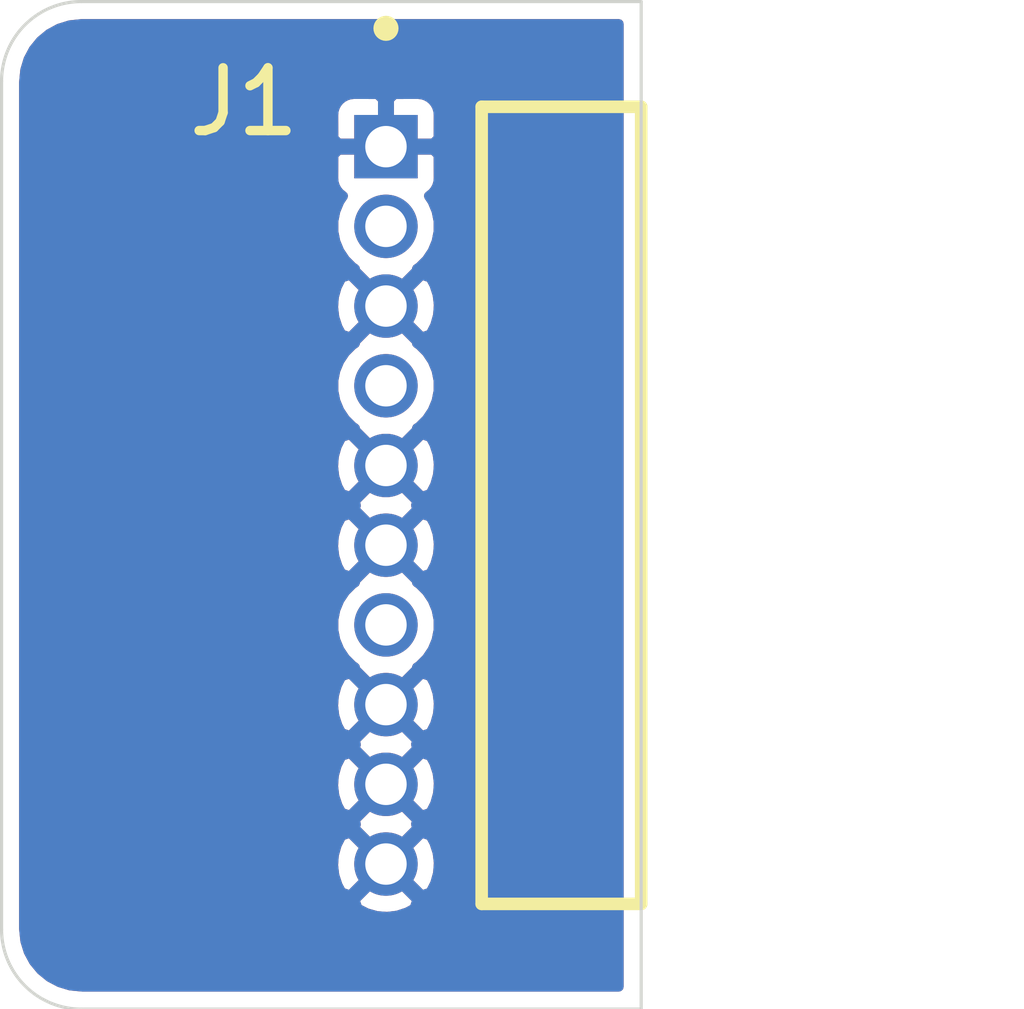
<source format=kicad_pcb>
(kicad_pcb (version 20171130) (host pcbnew "(5.1.10)-1")

  (general
    (thickness 0.1016)
    (drawings 6)
    (tracks 0)
    (zones 0)
    (modules 1)
    (nets 2)
  )

  (page A4)
  (layers
    (0 F.Cu signal)
    (31 B.Cu signal)
    (32 B.Adhes user)
    (33 F.Adhes user)
    (34 B.Paste user)
    (35 F.Paste user)
    (36 B.SilkS user)
    (37 F.SilkS user)
    (38 B.Mask user)
    (39 F.Mask user)
    (40 Dwgs.User user)
    (41 Cmts.User user)
    (42 Eco1.User user)
    (43 Eco2.User user)
    (44 Edge.Cuts user)
    (45 Margin user)
    (46 B.CrtYd user hide)
    (47 F.CrtYd user hide)
    (48 B.Fab user hide)
    (49 F.Fab user hide)
  )

  (setup
    (last_trace_width 0.25)
    (user_trace_width 0.127)
    (user_trace_width 0.1524)
    (user_trace_width 0.2032)
    (user_trace_width 0.254)
    (user_trace_width 0.3048)
    (user_trace_width 0.381)
    (user_trace_width 0.508)
    (user_trace_width 0.635)
    (trace_clearance 0.2)
    (zone_clearance 0.508)
    (zone_45_only no)
    (trace_min 0.127)
    (via_size 0.8)
    (via_drill 0.4)
    (via_min_size 0.508)
    (via_min_drill 0.3048)
    (user_via 0.6858 0.3302)
    (user_via 0.8128 0.4064)
    (user_via 1.2192 0.6096)
    (user_via 1.4224 0.8128)
    (blind_buried_vias_allowed yes)
    (uvia_size 0.3)
    (uvia_drill 0.1016)
    (uvias_allowed yes)
    (uvia_min_size 0.2032)
    (uvia_min_drill 0.1016)
    (edge_width 0.05)
    (segment_width 0.2)
    (pcb_text_width 0.3)
    (pcb_text_size 1.5 1.5)
    (mod_edge_width 0.12)
    (mod_text_size 1 1)
    (mod_text_width 0.15)
    (pad_size 3.8 3.8)
    (pad_drill 2.2)
    (pad_to_mask_clearance 0.051)
    (solder_mask_min_width 0.25)
    (aux_axis_origin 0 0)
    (visible_elements 7EFFF77F)
    (pcbplotparams
      (layerselection 0x010fc_ffffffff)
      (usegerberextensions false)
      (usegerberattributes false)
      (usegerberadvancedattributes false)
      (creategerberjobfile false)
      (excludeedgelayer true)
      (linewidth 0.100000)
      (plotframeref false)
      (viasonmask false)
      (mode 1)
      (useauxorigin false)
      (hpglpennumber 1)
      (hpglpenspeed 20)
      (hpglpendiameter 15.000000)
      (psnegative false)
      (psa4output false)
      (plotreference true)
      (plotvalue true)
      (plotinvisibletext false)
      (padsonsilk false)
      (subtractmaskfromsilk false)
      (outputformat 1)
      (mirror false)
      (drillshape 0)
      (scaleselection 1)
      (outputdirectory "gerber/"))
  )

  (net 0 "")
  (net 1 GND)

  (net_class Default "This is the default net class."
    (clearance 0.2)
    (trace_width 0.25)
    (via_dia 0.8)
    (via_drill 0.4)
    (uvia_dia 0.3)
    (uvia_drill 0.1016)
    (add_net GND)
  )

  (module MSAG_Misc:TMS-110-01-S-S-RA (layer F.Cu) (tedit 61AA46C4) (tstamp 61AAB7A0)
    (at 101.6 0 270)
    (path /61AB50A3)
    (fp_text reference J1 (at -6.4262 2.2606 180) (layer F.SilkS)
      (effects (font (size 1 1) (thickness 0.15)))
    )
    (fp_text value TMS-110-01-S-S-RA (at 7.89 2.135 90) (layer F.Fab)
      (effects (font (size 1 1) (thickness 0.15)))
    )
    (fp_circle (center -7.6 0) (end -7.5 0) (layer F.Fab) (width 0.2))
    (fp_circle (center -7.6 0) (end -7.5 0) (layer F.SilkS) (width 0.2))
    (fp_line (start -6.6 -10.154) (end 6.6 -10.154) (layer F.CrtYd) (width 0.05))
    (fp_line (start -6.6 0.755) (end 6.6 0.755) (layer F.CrtYd) (width 0.05))
    (fp_line (start 6.6 0.755) (end 6.6 -10.154) (layer F.CrtYd) (width 0.05))
    (fp_line (start -6.6 0.755) (end -6.6 -10.154) (layer F.CrtYd) (width 0.05))
    (fp_line (start -6.35 -4.064) (end 6.35 -4.064) (layer F.SilkS) (width 0.2))
    (fp_line (start -6.35 -1.524) (end 6.35 -1.524) (layer F.SilkS) (width 0.2))
    (fp_line (start 6.35 -1.524) (end 6.35 -4.064) (layer F.SilkS) (width 0.2))
    (fp_line (start -6.35 -1.524) (end -6.35 -4.064) (layer F.SilkS) (width 0.2))
    (fp_line (start -6.35 -4.064) (end 6.35 -4.064) (layer F.Fab) (width 0.1))
    (fp_line (start 6.35 -1.524) (end 6.35 -9.904) (layer F.Fab) (width 0.1))
    (fp_line (start -6.35 -1.524) (end -6.35 -9.904) (layer F.Fab) (width 0.1))
    (fp_line (start -6.35 -1.524) (end 6.35 -1.524) (layer F.Fab) (width 0.1))
    (fp_line (start -6.35 -9.904) (end 6.35 -9.904) (layer F.Fab) (width 0.1))
    (pad 1 thru_hole rect (at -5.715 0 270) (size 1.01 1.01) (drill 0.66) (layers *.Cu *.Mask)
      (net 1 GND))
    (pad 2 thru_hole circle (at -4.445 0 270) (size 1.01 1.01) (drill 0.66) (layers *.Cu *.Mask))
    (pad 3 thru_hole circle (at -3.175 0 270) (size 1.01 1.01) (drill 0.66) (layers *.Cu *.Mask)
      (net 1 GND))
    (pad 4 thru_hole circle (at -1.905 0 270) (size 1.01 1.01) (drill 0.66) (layers *.Cu *.Mask))
    (pad 5 thru_hole circle (at -0.635 0 270) (size 1.01 1.01) (drill 0.66) (layers *.Cu *.Mask)
      (net 1 GND))
    (pad 6 thru_hole circle (at 0.635 0 270) (size 1.01 1.01) (drill 0.66) (layers *.Cu *.Mask)
      (net 1 GND))
    (pad 7 thru_hole circle (at 1.905 0 270) (size 1.01 1.01) (drill 0.66) (layers *.Cu *.Mask))
    (pad 8 thru_hole circle (at 3.175 0 270) (size 1.01 1.01) (drill 0.66) (layers *.Cu *.Mask)
      (net 1 GND))
    (pad 9 thru_hole circle (at 4.445 0 270) (size 1.01 1.01) (drill 0.66) (layers *.Cu *.Mask)
      (net 1 GND))
    (pad 10 thru_hole circle (at 5.715 0 270) (size 1.01 1.01) (drill 0.66) (layers *.Cu *.Mask)
      (net 1 GND))
    (model ${MSAG}/MSAG_KiCad3d/TMS-110-01-S-S-RA.stp
      (offset (xyz 0 1.524 1.27))
      (scale (xyz 1 1 1))
      (rotate (xyz 0 0 0))
    )
  )

  (gr_line (start 95.4786 -6.7564) (end 95.4786 6.7564) (layer Edge.Cuts) (width 0.05) (tstamp 61AA4E3F))
  (gr_line (start 105.664 8.0264) (end 96.7486 8.0264) (layer Edge.Cuts) (width 0.05) (tstamp 61A9AC7D))
  (gr_arc (start 96.7486 6.7564) (end 95.4786 6.7564) (angle -90) (layer Edge.Cuts) (width 0.05) (tstamp 61A9AC7C))
  (gr_line (start 105.664 -8.0264) (end 96.7486 -8.0264) (layer Edge.Cuts) (width 0.05) (tstamp 61A9AC79))
  (gr_arc (start 96.7486 -6.7564) (end 95.4786 -6.7564) (angle 90) (layer Edge.Cuts) (width 0.05) (tstamp 61A9AC78))
  (gr_line (start 105.664 -8.0264) (end 105.664 8.0264) (layer Edge.Cuts) (width 0.05) (tstamp 61AAC6AA))

  (zone (net 1) (net_name GND) (layer F.Cu) (tstamp 61AA5508) (hatch edge 0.508)
    (connect_pads (clearance 0.254))
    (min_thickness 0.1524)
    (fill yes (arc_segments 32) (thermal_gap 0.254) (thermal_bridge_width 0.254))
    (polygon
      (pts
        (xy 105.664 8.0264) (xy 95.4786 8.0264) (xy 95.4786 -8.0264) (xy 105.664 -8.0264)
      )
    )
    (filled_polygon
      (pts
        (xy 105.308801 7.6712) (xy 96.765975 7.6712) (xy 96.571246 7.652107) (xy 96.400646 7.600599) (xy 96.2433 7.516937)
        (xy 96.105203 7.404308) (xy 95.991606 7.266993) (xy 95.906851 7.110243) (xy 95.854152 6.940001) (xy 95.8338 6.746358)
        (xy 95.8338 6.284775) (xy 101.102067 6.284775) (xy 101.148709 6.422575) (xy 101.295422 6.497021) (xy 101.453839 6.541415)
        (xy 101.617873 6.55405) (xy 101.781219 6.534441) (xy 101.937602 6.483342) (xy 102.051291 6.422575) (xy 102.097933 6.284775)
        (xy 101.6 5.786842) (xy 101.102067 6.284775) (xy 95.8338 6.284775) (xy 95.8338 5.732873) (xy 100.76095 5.732873)
        (xy 100.780559 5.896219) (xy 100.831658 6.052602) (xy 100.892425 6.166291) (xy 101.030225 6.212933) (xy 101.528158 5.715)
        (xy 101.671842 5.715) (xy 102.169775 6.212933) (xy 102.307575 6.166291) (xy 102.382021 6.019578) (xy 102.426415 5.861161)
        (xy 102.43905 5.697127) (xy 102.419441 5.533781) (xy 102.368342 5.377398) (xy 102.307575 5.263709) (xy 102.169775 5.217067)
        (xy 101.671842 5.715) (xy 101.528158 5.715) (xy 101.030225 5.217067) (xy 100.892425 5.263709) (xy 100.817979 5.410422)
        (xy 100.773585 5.568839) (xy 100.76095 5.732873) (xy 95.8338 5.732873) (xy 95.8338 5.014775) (xy 101.102067 5.014775)
        (xy 101.124144 5.08) (xy 101.102067 5.145225) (xy 101.6 5.643158) (xy 102.097933 5.145225) (xy 102.075856 5.08)
        (xy 102.097933 5.014775) (xy 101.6 4.516842) (xy 101.102067 5.014775) (xy 95.8338 5.014775) (xy 95.8338 4.462873)
        (xy 100.76095 4.462873) (xy 100.780559 4.626219) (xy 100.831658 4.782602) (xy 100.892425 4.896291) (xy 101.030225 4.942933)
        (xy 101.528158 4.445) (xy 101.671842 4.445) (xy 102.169775 4.942933) (xy 102.307575 4.896291) (xy 102.382021 4.749578)
        (xy 102.426415 4.591161) (xy 102.43905 4.427127) (xy 102.419441 4.263781) (xy 102.368342 4.107398) (xy 102.307575 3.993709)
        (xy 102.169775 3.947067) (xy 101.671842 4.445) (xy 101.528158 4.445) (xy 101.030225 3.947067) (xy 100.892425 3.993709)
        (xy 100.817979 4.140422) (xy 100.773585 4.298839) (xy 100.76095 4.462873) (xy 95.8338 4.462873) (xy 95.8338 3.744775)
        (xy 101.102067 3.744775) (xy 101.124144 3.81) (xy 101.102067 3.875225) (xy 101.6 4.373158) (xy 102.097933 3.875225)
        (xy 102.075856 3.81) (xy 102.097933 3.744775) (xy 101.6 3.246842) (xy 101.102067 3.744775) (xy 95.8338 3.744775)
        (xy 95.8338 3.192873) (xy 100.76095 3.192873) (xy 100.780559 3.356219) (xy 100.831658 3.512602) (xy 100.892425 3.626291)
        (xy 101.030225 3.672933) (xy 101.528158 3.175) (xy 101.671842 3.175) (xy 102.169775 3.672933) (xy 102.307575 3.626291)
        (xy 102.382021 3.479578) (xy 102.426415 3.321161) (xy 102.43905 3.157127) (xy 102.419441 2.993781) (xy 102.368342 2.837398)
        (xy 102.307575 2.723709) (xy 102.169775 2.677067) (xy 101.671842 3.175) (xy 101.528158 3.175) (xy 101.030225 2.677067)
        (xy 100.892425 2.723709) (xy 100.817979 2.870422) (xy 100.773585 3.028839) (xy 100.76095 3.192873) (xy 95.8338 3.192873)
        (xy 95.8338 1.82274) (xy 100.7648 1.82274) (xy 100.7648 1.98726) (xy 100.796896 2.148619) (xy 100.859856 2.300615)
        (xy 100.951258 2.437409) (xy 101.067591 2.553742) (xy 101.10992 2.582025) (xy 101.102067 2.605225) (xy 101.6 3.103158)
        (xy 102.097933 2.605225) (xy 102.09008 2.582025) (xy 102.132409 2.553742) (xy 102.248742 2.437409) (xy 102.340144 2.300615)
        (xy 102.403104 2.148619) (xy 102.4352 1.98726) (xy 102.4352 1.82274) (xy 102.403104 1.661381) (xy 102.340144 1.509385)
        (xy 102.248742 1.372591) (xy 102.132409 1.256258) (xy 102.09008 1.227975) (xy 102.097933 1.204775) (xy 101.6 0.706842)
        (xy 101.102067 1.204775) (xy 101.10992 1.227975) (xy 101.067591 1.256258) (xy 100.951258 1.372591) (xy 100.859856 1.509385)
        (xy 100.796896 1.661381) (xy 100.7648 1.82274) (xy 95.8338 1.82274) (xy 95.8338 0.652873) (xy 100.76095 0.652873)
        (xy 100.780559 0.816219) (xy 100.831658 0.972602) (xy 100.892425 1.086291) (xy 101.030225 1.132933) (xy 101.528158 0.635)
        (xy 101.671842 0.635) (xy 102.169775 1.132933) (xy 102.307575 1.086291) (xy 102.382021 0.939578) (xy 102.426415 0.781161)
        (xy 102.43905 0.617127) (xy 102.419441 0.453781) (xy 102.368342 0.297398) (xy 102.307575 0.183709) (xy 102.169775 0.137067)
        (xy 101.671842 0.635) (xy 101.528158 0.635) (xy 101.030225 0.137067) (xy 100.892425 0.183709) (xy 100.817979 0.330422)
        (xy 100.773585 0.488839) (xy 100.76095 0.652873) (xy 95.8338 0.652873) (xy 95.8338 -0.065225) (xy 101.102067 -0.065225)
        (xy 101.124144 0) (xy 101.102067 0.065225) (xy 101.6 0.563158) (xy 102.097933 0.065225) (xy 102.075856 0)
        (xy 102.097933 -0.065225) (xy 101.6 -0.563158) (xy 101.102067 -0.065225) (xy 95.8338 -0.065225) (xy 95.8338 -0.617127)
        (xy 100.76095 -0.617127) (xy 100.780559 -0.453781) (xy 100.831658 -0.297398) (xy 100.892425 -0.183709) (xy 101.030225 -0.137067)
        (xy 101.528158 -0.635) (xy 101.671842 -0.635) (xy 102.169775 -0.137067) (xy 102.307575 -0.183709) (xy 102.382021 -0.330422)
        (xy 102.426415 -0.488839) (xy 102.43905 -0.652873) (xy 102.419441 -0.816219) (xy 102.368342 -0.972602) (xy 102.307575 -1.086291)
        (xy 102.169775 -1.132933) (xy 101.671842 -0.635) (xy 101.528158 -0.635) (xy 101.030225 -1.132933) (xy 100.892425 -1.086291)
        (xy 100.817979 -0.939578) (xy 100.773585 -0.781161) (xy 100.76095 -0.617127) (xy 95.8338 -0.617127) (xy 95.8338 -1.98726)
        (xy 100.7648 -1.98726) (xy 100.7648 -1.82274) (xy 100.796896 -1.661381) (xy 100.859856 -1.509385) (xy 100.951258 -1.372591)
        (xy 101.067591 -1.256258) (xy 101.10992 -1.227975) (xy 101.102067 -1.204775) (xy 101.6 -0.706842) (xy 102.097933 -1.204775)
        (xy 102.09008 -1.227975) (xy 102.132409 -1.256258) (xy 102.248742 -1.372591) (xy 102.340144 -1.509385) (xy 102.403104 -1.661381)
        (xy 102.4352 -1.82274) (xy 102.4352 -1.98726) (xy 102.403104 -2.148619) (xy 102.340144 -2.300615) (xy 102.248742 -2.437409)
        (xy 102.132409 -2.553742) (xy 102.09008 -2.582025) (xy 102.097933 -2.605225) (xy 101.6 -3.103158) (xy 101.102067 -2.605225)
        (xy 101.10992 -2.582025) (xy 101.067591 -2.553742) (xy 100.951258 -2.437409) (xy 100.859856 -2.300615) (xy 100.796896 -2.148619)
        (xy 100.7648 -1.98726) (xy 95.8338 -1.98726) (xy 95.8338 -3.157127) (xy 100.76095 -3.157127) (xy 100.780559 -2.993781)
        (xy 100.831658 -2.837398) (xy 100.892425 -2.723709) (xy 101.030225 -2.677067) (xy 101.528158 -3.175) (xy 101.671842 -3.175)
        (xy 102.169775 -2.677067) (xy 102.307575 -2.723709) (xy 102.382021 -2.870422) (xy 102.426415 -3.028839) (xy 102.43905 -3.192873)
        (xy 102.419441 -3.356219) (xy 102.368342 -3.512602) (xy 102.307575 -3.626291) (xy 102.169775 -3.672933) (xy 101.671842 -3.175)
        (xy 101.528158 -3.175) (xy 101.030225 -3.672933) (xy 100.892425 -3.626291) (xy 100.817979 -3.479578) (xy 100.773585 -3.321161)
        (xy 100.76095 -3.157127) (xy 95.8338 -3.157127) (xy 95.8338 -5.21) (xy 100.763202 -5.21) (xy 100.769577 -5.145269)
        (xy 100.788459 -5.083026) (xy 100.81912 -5.025663) (xy 100.860383 -4.975383) (xy 100.910663 -4.93412) (xy 100.919262 -4.929524)
        (xy 100.859856 -4.840615) (xy 100.796896 -4.688619) (xy 100.7648 -4.52726) (xy 100.7648 -4.36274) (xy 100.796896 -4.201381)
        (xy 100.859856 -4.049385) (xy 100.951258 -3.912591) (xy 101.067591 -3.796258) (xy 101.10992 -3.767975) (xy 101.102067 -3.744775)
        (xy 101.6 -3.246842) (xy 102.097933 -3.744775) (xy 102.09008 -3.767975) (xy 102.132409 -3.796258) (xy 102.248742 -3.912591)
        (xy 102.340144 -4.049385) (xy 102.403104 -4.201381) (xy 102.4352 -4.36274) (xy 102.4352 -4.52726) (xy 102.403104 -4.688619)
        (xy 102.340144 -4.840615) (xy 102.280738 -4.929524) (xy 102.289337 -4.93412) (xy 102.339617 -4.975383) (xy 102.38088 -5.025663)
        (xy 102.411541 -5.083026) (xy 102.430423 -5.145269) (xy 102.436798 -5.21) (xy 102.4352 -5.58165) (xy 102.35265 -5.6642)
        (xy 101.6508 -5.6642) (xy 101.6508 -5.6442) (xy 101.5492 -5.6442) (xy 101.5492 -5.6642) (xy 100.84735 -5.6642)
        (xy 100.7648 -5.58165) (xy 100.763202 -5.21) (xy 95.8338 -5.21) (xy 95.8338 -6.22) (xy 100.763202 -6.22)
        (xy 100.7648 -5.84835) (xy 100.84735 -5.7658) (xy 101.5492 -5.7658) (xy 101.5492 -6.46765) (xy 101.6508 -6.46765)
        (xy 101.6508 -5.7658) (xy 102.35265 -5.7658) (xy 102.4352 -5.84835) (xy 102.436798 -6.22) (xy 102.430423 -6.284731)
        (xy 102.411541 -6.346974) (xy 102.38088 -6.404337) (xy 102.339617 -6.454617) (xy 102.289337 -6.49588) (xy 102.231974 -6.526541)
        (xy 102.169731 -6.545423) (xy 102.105 -6.551798) (xy 101.73335 -6.5502) (xy 101.6508 -6.46765) (xy 101.5492 -6.46765)
        (xy 101.46665 -6.5502) (xy 101.095 -6.551798) (xy 101.030269 -6.545423) (xy 100.968026 -6.526541) (xy 100.910663 -6.49588)
        (xy 100.860383 -6.454617) (xy 100.81912 -6.404337) (xy 100.788459 -6.346974) (xy 100.769577 -6.284731) (xy 100.763202 -6.22)
        (xy 95.8338 -6.22) (xy 95.8338 -6.739026) (xy 95.852893 -6.933754) (xy 95.904402 -7.104356) (xy 95.988062 -7.2617)
        (xy 96.100692 -7.399797) (xy 96.238004 -7.513393) (xy 96.394757 -7.598149) (xy 96.564999 -7.650848) (xy 96.758642 -7.6712)
        (xy 105.3088 -7.6712)
      )
    )
  )
  (zone (net 1) (net_name GND) (layer B.Cu) (tstamp 61AA5505) (hatch edge 0.508)
    (connect_pads (clearance 0.254))
    (min_thickness 0.1524)
    (fill yes (arc_segments 32) (thermal_gap 0.254) (thermal_bridge_width 0.254))
    (polygon
      (pts
        (xy 105.664 8.0264) (xy 95.4786 8.0264) (xy 95.4786 -8.0264) (xy 105.664 -8.0264)
      )
    )
    (filled_polygon
      (pts
        (xy 105.308801 7.6712) (xy 96.765975 7.6712) (xy 96.571246 7.652107) (xy 96.400646 7.600599) (xy 96.2433 7.516937)
        (xy 96.105203 7.404308) (xy 95.991606 7.266993) (xy 95.906851 7.110243) (xy 95.854152 6.940001) (xy 95.8338 6.746358)
        (xy 95.8338 6.284775) (xy 101.102067 6.284775) (xy 101.148709 6.422575) (xy 101.295422 6.497021) (xy 101.453839 6.541415)
        (xy 101.617873 6.55405) (xy 101.781219 6.534441) (xy 101.937602 6.483342) (xy 102.051291 6.422575) (xy 102.097933 6.284775)
        (xy 101.6 5.786842) (xy 101.102067 6.284775) (xy 95.8338 6.284775) (xy 95.8338 5.732873) (xy 100.76095 5.732873)
        (xy 100.780559 5.896219) (xy 100.831658 6.052602) (xy 100.892425 6.166291) (xy 101.030225 6.212933) (xy 101.528158 5.715)
        (xy 101.671842 5.715) (xy 102.169775 6.212933) (xy 102.307575 6.166291) (xy 102.382021 6.019578) (xy 102.426415 5.861161)
        (xy 102.43905 5.697127) (xy 102.419441 5.533781) (xy 102.368342 5.377398) (xy 102.307575 5.263709) (xy 102.169775 5.217067)
        (xy 101.671842 5.715) (xy 101.528158 5.715) (xy 101.030225 5.217067) (xy 100.892425 5.263709) (xy 100.817979 5.410422)
        (xy 100.773585 5.568839) (xy 100.76095 5.732873) (xy 95.8338 5.732873) (xy 95.8338 5.014775) (xy 101.102067 5.014775)
        (xy 101.124144 5.08) (xy 101.102067 5.145225) (xy 101.6 5.643158) (xy 102.097933 5.145225) (xy 102.075856 5.08)
        (xy 102.097933 5.014775) (xy 101.6 4.516842) (xy 101.102067 5.014775) (xy 95.8338 5.014775) (xy 95.8338 4.462873)
        (xy 100.76095 4.462873) (xy 100.780559 4.626219) (xy 100.831658 4.782602) (xy 100.892425 4.896291) (xy 101.030225 4.942933)
        (xy 101.528158 4.445) (xy 101.671842 4.445) (xy 102.169775 4.942933) (xy 102.307575 4.896291) (xy 102.382021 4.749578)
        (xy 102.426415 4.591161) (xy 102.43905 4.427127) (xy 102.419441 4.263781) (xy 102.368342 4.107398) (xy 102.307575 3.993709)
        (xy 102.169775 3.947067) (xy 101.671842 4.445) (xy 101.528158 4.445) (xy 101.030225 3.947067) (xy 100.892425 3.993709)
        (xy 100.817979 4.140422) (xy 100.773585 4.298839) (xy 100.76095 4.462873) (xy 95.8338 4.462873) (xy 95.8338 3.744775)
        (xy 101.102067 3.744775) (xy 101.124144 3.81) (xy 101.102067 3.875225) (xy 101.6 4.373158) (xy 102.097933 3.875225)
        (xy 102.075856 3.81) (xy 102.097933 3.744775) (xy 101.6 3.246842) (xy 101.102067 3.744775) (xy 95.8338 3.744775)
        (xy 95.8338 3.192873) (xy 100.76095 3.192873) (xy 100.780559 3.356219) (xy 100.831658 3.512602) (xy 100.892425 3.626291)
        (xy 101.030225 3.672933) (xy 101.528158 3.175) (xy 101.671842 3.175) (xy 102.169775 3.672933) (xy 102.307575 3.626291)
        (xy 102.382021 3.479578) (xy 102.426415 3.321161) (xy 102.43905 3.157127) (xy 102.419441 2.993781) (xy 102.368342 2.837398)
        (xy 102.307575 2.723709) (xy 102.169775 2.677067) (xy 101.671842 3.175) (xy 101.528158 3.175) (xy 101.030225 2.677067)
        (xy 100.892425 2.723709) (xy 100.817979 2.870422) (xy 100.773585 3.028839) (xy 100.76095 3.192873) (xy 95.8338 3.192873)
        (xy 95.8338 1.82274) (xy 100.7648 1.82274) (xy 100.7648 1.98726) (xy 100.796896 2.148619) (xy 100.859856 2.300615)
        (xy 100.951258 2.437409) (xy 101.067591 2.553742) (xy 101.10992 2.582025) (xy 101.102067 2.605225) (xy 101.6 3.103158)
        (xy 102.097933 2.605225) (xy 102.09008 2.582025) (xy 102.132409 2.553742) (xy 102.248742 2.437409) (xy 102.340144 2.300615)
        (xy 102.403104 2.148619) (xy 102.4352 1.98726) (xy 102.4352 1.82274) (xy 102.403104 1.661381) (xy 102.340144 1.509385)
        (xy 102.248742 1.372591) (xy 102.132409 1.256258) (xy 102.09008 1.227975) (xy 102.097933 1.204775) (xy 101.6 0.706842)
        (xy 101.102067 1.204775) (xy 101.10992 1.227975) (xy 101.067591 1.256258) (xy 100.951258 1.372591) (xy 100.859856 1.509385)
        (xy 100.796896 1.661381) (xy 100.7648 1.82274) (xy 95.8338 1.82274) (xy 95.8338 0.652873) (xy 100.76095 0.652873)
        (xy 100.780559 0.816219) (xy 100.831658 0.972602) (xy 100.892425 1.086291) (xy 101.030225 1.132933) (xy 101.528158 0.635)
        (xy 101.671842 0.635) (xy 102.169775 1.132933) (xy 102.307575 1.086291) (xy 102.382021 0.939578) (xy 102.426415 0.781161)
        (xy 102.43905 0.617127) (xy 102.419441 0.453781) (xy 102.368342 0.297398) (xy 102.307575 0.183709) (xy 102.169775 0.137067)
        (xy 101.671842 0.635) (xy 101.528158 0.635) (xy 101.030225 0.137067) (xy 100.892425 0.183709) (xy 100.817979 0.330422)
        (xy 100.773585 0.488839) (xy 100.76095 0.652873) (xy 95.8338 0.652873) (xy 95.8338 -0.065225) (xy 101.102067 -0.065225)
        (xy 101.124144 0) (xy 101.102067 0.065225) (xy 101.6 0.563158) (xy 102.097933 0.065225) (xy 102.075856 0)
        (xy 102.097933 -0.065225) (xy 101.6 -0.563158) (xy 101.102067 -0.065225) (xy 95.8338 -0.065225) (xy 95.8338 -0.617127)
        (xy 100.76095 -0.617127) (xy 100.780559 -0.453781) (xy 100.831658 -0.297398) (xy 100.892425 -0.183709) (xy 101.030225 -0.137067)
        (xy 101.528158 -0.635) (xy 101.671842 -0.635) (xy 102.169775 -0.137067) (xy 102.307575 -0.183709) (xy 102.382021 -0.330422)
        (xy 102.426415 -0.488839) (xy 102.43905 -0.652873) (xy 102.419441 -0.816219) (xy 102.368342 -0.972602) (xy 102.307575 -1.086291)
        (xy 102.169775 -1.132933) (xy 101.671842 -0.635) (xy 101.528158 -0.635) (xy 101.030225 -1.132933) (xy 100.892425 -1.086291)
        (xy 100.817979 -0.939578) (xy 100.773585 -0.781161) (xy 100.76095 -0.617127) (xy 95.8338 -0.617127) (xy 95.8338 -1.98726)
        (xy 100.7648 -1.98726) (xy 100.7648 -1.82274) (xy 100.796896 -1.661381) (xy 100.859856 -1.509385) (xy 100.951258 -1.372591)
        (xy 101.067591 -1.256258) (xy 101.10992 -1.227975) (xy 101.102067 -1.204775) (xy 101.6 -0.706842) (xy 102.097933 -1.204775)
        (xy 102.09008 -1.227975) (xy 102.132409 -1.256258) (xy 102.248742 -1.372591) (xy 102.340144 -1.509385) (xy 102.403104 -1.661381)
        (xy 102.4352 -1.82274) (xy 102.4352 -1.98726) (xy 102.403104 -2.148619) (xy 102.340144 -2.300615) (xy 102.248742 -2.437409)
        (xy 102.132409 -2.553742) (xy 102.09008 -2.582025) (xy 102.097933 -2.605225) (xy 101.6 -3.103158) (xy 101.102067 -2.605225)
        (xy 101.10992 -2.582025) (xy 101.067591 -2.553742) (xy 100.951258 -2.437409) (xy 100.859856 -2.300615) (xy 100.796896 -2.148619)
        (xy 100.7648 -1.98726) (xy 95.8338 -1.98726) (xy 95.8338 -3.157127) (xy 100.76095 -3.157127) (xy 100.780559 -2.993781)
        (xy 100.831658 -2.837398) (xy 100.892425 -2.723709) (xy 101.030225 -2.677067) (xy 101.528158 -3.175) (xy 101.671842 -3.175)
        (xy 102.169775 -2.677067) (xy 102.307575 -2.723709) (xy 102.382021 -2.870422) (xy 102.426415 -3.028839) (xy 102.43905 -3.192873)
        (xy 102.419441 -3.356219) (xy 102.368342 -3.512602) (xy 102.307575 -3.626291) (xy 102.169775 -3.672933) (xy 101.671842 -3.175)
        (xy 101.528158 -3.175) (xy 101.030225 -3.672933) (xy 100.892425 -3.626291) (xy 100.817979 -3.479578) (xy 100.773585 -3.321161)
        (xy 100.76095 -3.157127) (xy 95.8338 -3.157127) (xy 95.8338 -5.21) (xy 100.763202 -5.21) (xy 100.769577 -5.145269)
        (xy 100.788459 -5.083026) (xy 100.81912 -5.025663) (xy 100.860383 -4.975383) (xy 100.910663 -4.93412) (xy 100.919262 -4.929524)
        (xy 100.859856 -4.840615) (xy 100.796896 -4.688619) (xy 100.7648 -4.52726) (xy 100.7648 -4.36274) (xy 100.796896 -4.201381)
        (xy 100.859856 -4.049385) (xy 100.951258 -3.912591) (xy 101.067591 -3.796258) (xy 101.10992 -3.767975) (xy 101.102067 -3.744775)
        (xy 101.6 -3.246842) (xy 102.097933 -3.744775) (xy 102.09008 -3.767975) (xy 102.132409 -3.796258) (xy 102.248742 -3.912591)
        (xy 102.340144 -4.049385) (xy 102.403104 -4.201381) (xy 102.4352 -4.36274) (xy 102.4352 -4.52726) (xy 102.403104 -4.688619)
        (xy 102.340144 -4.840615) (xy 102.280738 -4.929524) (xy 102.289337 -4.93412) (xy 102.339617 -4.975383) (xy 102.38088 -5.025663)
        (xy 102.411541 -5.083026) (xy 102.430423 -5.145269) (xy 102.436798 -5.21) (xy 102.4352 -5.58165) (xy 102.35265 -5.6642)
        (xy 101.6508 -5.6642) (xy 101.6508 -5.6442) (xy 101.5492 -5.6442) (xy 101.5492 -5.6642) (xy 100.84735 -5.6642)
        (xy 100.7648 -5.58165) (xy 100.763202 -5.21) (xy 95.8338 -5.21) (xy 95.8338 -6.22) (xy 100.763202 -6.22)
        (xy 100.7648 -5.84835) (xy 100.84735 -5.7658) (xy 101.5492 -5.7658) (xy 101.5492 -6.46765) (xy 101.6508 -6.46765)
        (xy 101.6508 -5.7658) (xy 102.35265 -5.7658) (xy 102.4352 -5.84835) (xy 102.436798 -6.22) (xy 102.430423 -6.284731)
        (xy 102.411541 -6.346974) (xy 102.38088 -6.404337) (xy 102.339617 -6.454617) (xy 102.289337 -6.49588) (xy 102.231974 -6.526541)
        (xy 102.169731 -6.545423) (xy 102.105 -6.551798) (xy 101.73335 -6.5502) (xy 101.6508 -6.46765) (xy 101.5492 -6.46765)
        (xy 101.46665 -6.5502) (xy 101.095 -6.551798) (xy 101.030269 -6.545423) (xy 100.968026 -6.526541) (xy 100.910663 -6.49588)
        (xy 100.860383 -6.454617) (xy 100.81912 -6.404337) (xy 100.788459 -6.346974) (xy 100.769577 -6.284731) (xy 100.763202 -6.22)
        (xy 95.8338 -6.22) (xy 95.8338 -6.739026) (xy 95.852893 -6.933754) (xy 95.904402 -7.104356) (xy 95.988062 -7.2617)
        (xy 96.100692 -7.399797) (xy 96.238004 -7.513393) (xy 96.394757 -7.598149) (xy 96.564999 -7.650848) (xy 96.758642 -7.6712)
        (xy 105.3088 -7.6712)
      )
    )
  )
)

</source>
